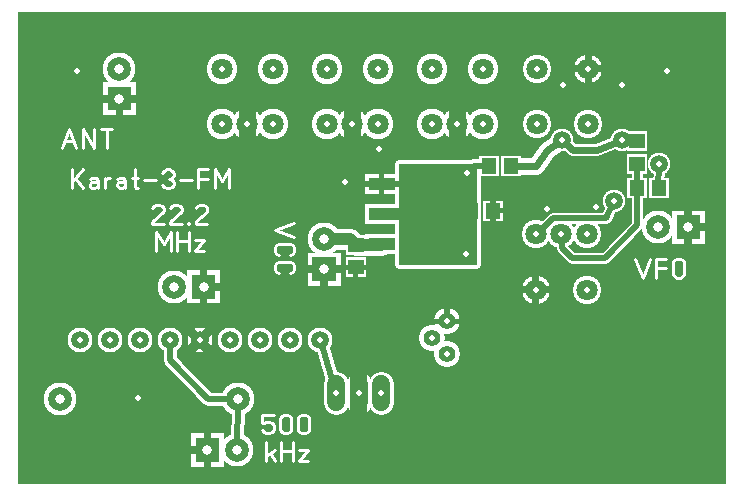
<source format=gbr>
%FSLAX34Y34*%
%MOMM*%
%LNCOPPER_TOP*%
G71*
G01*
%ADD10C, 2.600*%
%ADD11C, 2.400*%
%ADD12C, 1.900*%
%ADD13C, 0.900*%
%ADD14C, 0.500*%
%ADD15C, 1.000*%
%ADD16R, 1.800X1.700*%
%ADD17C, 2.800*%
%ADD18R, 1.700X1.800*%
%ADD19C, 0.286*%
%ADD20R, 3.000X4.100*%
%ADD21R, 3.000X1.800*%
%ADD22C, 0.800*%
%ADD23C, 1.400*%
%ADD24C, 1.300*%
%ADD25C, 1.800*%
%ADD26C, 2.200*%
%ADD27C, 2.100*%
%ADD28C, 2.100*%
%ADD29C, 1.100*%
%ADD30C, 1.488*%
%ADD31C, 0.600*%
%ADD32C, 0.667*%
%ADD33C, 0.500*%
%ADD34C, 0.433*%
%ADD35C, 0.467*%
%ADD36C, 1.500*%
%ADD37C, 0.795*%
%ADD38C, 1.800*%
%ADD39C, 1.500*%
%ADD40R, 1.400X1.300*%
%ADD41C, 2.000*%
%ADD42R, 1.300X1.400*%
%ADD43R, 2.200X3.300*%
%ADD44R, 2.200X1.000*%
%ADD45C, 0.000*%
%ADD46C, 1.400*%
%LPD*%
G36*
X0Y0D02*
X600000Y0D01*
X600000Y-400000D01*
X0Y-400000D01*
X0Y0D01*
G37*
%LPC*%
X350479Y-48409D02*
G54D10*
D03*
X372304Y-95234D02*
G54D10*
D03*
X350479Y-95234D02*
G54D10*
D03*
X394129Y-95234D02*
G54D10*
D03*
X394129Y-48409D02*
G54D10*
D03*
X261579Y-48409D02*
G54D10*
D03*
X283404Y-95234D02*
G54D10*
D03*
X261579Y-95234D02*
G54D10*
D03*
X305229Y-95234D02*
G54D10*
D03*
X305229Y-48409D02*
G54D10*
D03*
X172679Y-48409D02*
G54D10*
D03*
X194504Y-95234D02*
G54D10*
D03*
X172679Y-95234D02*
G54D10*
D03*
X216329Y-95234D02*
G54D10*
D03*
X216329Y-48409D02*
G54D10*
D03*
X439379Y-48409D02*
G54D11*
D03*
X439379Y-95234D02*
G54D11*
D03*
X483029Y-95234D02*
G54D11*
D03*
X483029Y-48409D02*
G54D11*
D03*
X438549Y-235330D02*
G54D11*
D03*
X460374Y-188506D02*
G54D11*
D03*
X438549Y-188506D02*
G54D11*
D03*
X482199Y-188506D02*
G54D11*
D03*
X482199Y-235330D02*
G54D11*
D03*
X505254Y-160328D02*
G54D12*
D03*
G54D13*
X505254Y-160328D02*
X498111Y-174615D01*
X453264Y-174615D01*
X439373Y-188506D01*
X448501Y-166677D02*
G54D14*
D03*
X461201Y-108337D02*
G54D12*
D03*
X489776Y-165090D02*
G54D14*
D03*
X512001Y-108734D02*
G54D12*
D03*
G54D15*
X512001Y-108734D02*
X490570Y-117465D01*
X470329Y-117465D01*
X461201Y-108337D01*
X511207Y-61902D02*
G54D14*
D03*
X461598Y-61902D02*
G54D14*
D03*
X524304Y-109528D02*
G54D16*
D03*
X524304Y-128528D02*
G54D16*
D03*
G54D13*
X512001Y-108734D02*
X508429Y-108337D01*
X523907Y-109131D01*
G54D13*
X524304Y-128181D02*
X524304Y-180965D01*
X496920Y-208350D01*
X469139Y-208350D01*
X460804Y-200015D01*
X460804Y-188903D01*
X461201Y-188506D01*
G36*
X553841Y-196373D02*
X553841Y-168373D01*
X581841Y-168373D01*
X581841Y-196373D01*
X553841Y-196373D01*
G37*
X542442Y-182373D02*
G54D17*
D03*
X542932Y-149190D02*
G54D18*
D03*
X523932Y-149190D02*
G54D18*
D03*
G54D13*
X543354Y-128578D02*
X542131Y-149991D01*
G54D19*
X522977Y-209039D02*
X528977Y-225040D01*
X534977Y-209040D01*
G54D19*
X540577Y-225040D02*
X540577Y-209040D01*
X548977Y-209040D01*
G54D19*
X540577Y-217040D02*
X548977Y-217040D01*
G54D19*
X564177Y-212040D02*
X564177Y-222040D01*
X562977Y-224040D01*
X560577Y-225040D01*
X558177Y-225040D01*
X555777Y-224040D01*
X554577Y-222040D01*
X554577Y-212040D01*
X555777Y-210040D01*
X558177Y-209040D01*
X560577Y-209040D01*
X562977Y-210040D01*
X564177Y-212040D01*
X365157Y-171043D02*
G54D20*
D03*
X308007Y-171043D02*
G54D21*
D03*
X308007Y-196443D02*
G54D21*
D03*
X308007Y-145642D02*
G54D21*
D03*
G36*
X297292Y-166281D02*
X322692Y-166281D01*
X322692Y-128578D01*
X388176Y-128578D01*
X388176Y-213509D01*
X322692Y-213509D01*
X322692Y-175806D01*
X297292Y-175806D01*
X297292Y-166281D01*
G37*
G54D22*
X297292Y-166281D02*
X322692Y-166281D01*
X322692Y-128578D01*
X388176Y-128578D01*
X388176Y-213509D01*
X322692Y-213509D01*
X322692Y-175806D01*
X297292Y-175806D01*
X297292Y-166281D01*
G36*
X245556Y-204027D02*
X273556Y-204027D01*
X273556Y-232027D01*
X245556Y-232027D01*
X245556Y-204027D01*
G37*
X259556Y-192628D02*
G54D17*
D03*
G54D23*
X417917Y-130934D02*
X438579Y-130959D01*
X448104Y-116671D01*
X461201Y-108337D01*
X417917Y-130934D02*
G54D18*
D03*
X398917Y-130934D02*
G54D18*
D03*
G54D24*
X398917Y-130934D02*
X386217Y-130934D01*
X380239Y-136912D01*
X286182Y-197238D02*
G54D16*
D03*
X286182Y-216238D02*
G54D16*
D03*
G54D25*
X259556Y-192628D02*
X281571Y-192628D01*
X286182Y-197238D01*
X307212Y-197238D01*
G54D19*
X233917Y-178965D02*
X217917Y-184965D01*
X233917Y-190965D01*
G54D19*
X220917Y-206165D02*
X218917Y-204965D01*
X217917Y-202565D01*
X217917Y-200165D01*
X218917Y-197765D01*
X220917Y-196565D01*
X230917Y-196565D01*
X232917Y-197765D01*
X233917Y-200165D01*
X233917Y-202565D01*
X232917Y-204965D01*
X230917Y-206165D01*
G54D19*
X220917Y-221365D02*
X218917Y-220165D01*
X217917Y-217765D01*
X217917Y-215365D01*
X218917Y-212965D01*
X220917Y-211765D01*
X230917Y-211765D01*
X232917Y-212965D01*
X233917Y-215365D01*
X233917Y-217765D01*
X232917Y-220165D01*
X230917Y-221365D01*
G36*
X72122Y-59565D02*
X100122Y-59565D01*
X100122Y-87565D01*
X72122Y-87565D01*
X72122Y-59565D01*
G37*
X86122Y-48165D02*
G54D17*
D03*
X363603Y-290144D02*
G54D26*
D03*
X350903Y-276144D02*
G54D26*
D03*
X363604Y-262143D02*
G54D26*
D03*
X379445Y-205174D02*
G54D12*
D03*
G54D27*
X307574Y-330113D02*
X307574Y-315113D01*
G54D27*
X288524Y-330113D02*
X288524Y-315113D01*
G54D27*
X269474Y-330113D02*
X269474Y-315113D01*
X383439Y-168637D02*
G54D18*
D03*
X402440Y-168637D02*
G54D18*
D03*
X543354Y-128578D02*
G54D12*
D03*
X277448Y-144452D02*
G54D14*
D03*
X306023Y-115877D02*
G54D14*
D03*
X255545Y-278135D02*
G54D28*
D03*
X230145Y-278135D02*
G54D28*
D03*
X204745Y-278135D02*
G54D28*
D03*
X179345Y-278135D02*
G54D28*
D03*
X153945Y-278134D02*
G54D28*
D03*
X128545Y-278135D02*
G54D28*
D03*
X103145Y-278135D02*
G54D28*
D03*
X77745Y-278135D02*
G54D28*
D03*
X52345Y-278135D02*
G54D28*
D03*
G54D29*
X269474Y-322613D02*
X256774Y-279364D01*
X255545Y-278135D01*
X186358Y-327602D02*
G54D17*
D03*
X35958Y-327602D02*
G54D17*
D03*
G54D29*
X128545Y-278135D02*
X128545Y-294990D01*
X161158Y-327602D01*
X186358Y-327602D01*
X186049Y-371031D01*
X380239Y-136912D02*
G54D12*
D03*
G36*
X143323Y-246896D02*
X143323Y-218896D01*
X171323Y-218896D01*
X171323Y-246896D01*
X143323Y-246896D01*
G37*
X131924Y-232896D02*
G54D17*
D03*
G54D19*
X123477Y-179297D02*
X113877Y-179297D01*
X113877Y-178297D01*
X115077Y-176297D01*
X122277Y-170297D01*
X123477Y-168297D01*
X123477Y-166297D01*
X122277Y-164297D01*
X119877Y-163297D01*
X117477Y-163297D01*
X115077Y-164297D01*
X113877Y-166297D01*
G54D19*
X138677Y-179297D02*
X129077Y-179297D01*
X129077Y-178297D01*
X130277Y-176297D01*
X137477Y-170297D01*
X138677Y-168297D01*
X138677Y-166297D01*
X137477Y-164297D01*
X135077Y-163297D01*
X132677Y-163297D01*
X130277Y-164297D01*
X129077Y-166297D01*
G54D19*
X145237Y-179297D02*
X144277Y-179297D01*
X144277Y-178497D01*
X145237Y-178497D01*
X145237Y-179297D01*
X144277Y-179297D01*
G54D19*
X160437Y-179297D02*
X150837Y-179297D01*
X150837Y-178297D01*
X152037Y-176297D01*
X159237Y-170297D01*
X160437Y-168297D01*
X160437Y-166297D01*
X159237Y-164297D01*
X156837Y-163297D01*
X154437Y-163297D01*
X152037Y-164297D01*
X150837Y-166297D01*
G54D19*
X117449Y-202316D02*
X117449Y-186316D01*
X123449Y-196316D01*
X129449Y-186316D01*
X129449Y-202316D01*
G54D19*
X135049Y-202316D02*
X135049Y-186316D01*
G54D19*
X144649Y-202316D02*
X144649Y-186316D01*
G54D19*
X135049Y-194316D02*
X144649Y-194316D01*
G54D19*
X150249Y-193316D02*
X157449Y-193316D01*
X150249Y-202316D01*
X157449Y-202316D01*
G36*
X174649Y-357031D02*
X174649Y-385031D01*
X146649Y-385031D01*
X146649Y-357031D01*
X174649Y-357031D01*
G37*
X186049Y-371031D02*
G54D17*
D03*
G54D19*
X216558Y-341036D02*
X206958Y-341036D01*
X206958Y-348036D01*
X208158Y-348036D01*
X210558Y-347036D01*
X212958Y-347036D01*
X215358Y-348036D01*
X216558Y-350036D01*
X216558Y-354036D01*
X215358Y-356036D01*
X212958Y-357036D01*
X210558Y-357036D01*
X208158Y-356036D01*
X206958Y-354036D01*
G54D19*
X231758Y-344036D02*
X231758Y-354036D01*
X230558Y-356036D01*
X228158Y-357036D01*
X225758Y-357036D01*
X223358Y-356036D01*
X222158Y-354036D01*
X222158Y-344036D01*
X223358Y-342036D01*
X225758Y-341036D01*
X228158Y-341036D01*
X230558Y-342036D01*
X231758Y-344036D01*
G54D19*
X246958Y-344036D02*
X246958Y-354036D01*
X245758Y-356036D01*
X243358Y-357036D01*
X240958Y-357036D01*
X238558Y-356036D01*
X237358Y-354036D01*
X237358Y-344036D01*
X238558Y-342036D01*
X240958Y-341036D01*
X243358Y-341036D01*
X245758Y-342036D01*
X246958Y-344036D01*
G54D19*
X210530Y-380055D02*
X210530Y-364055D01*
G54D19*
X214130Y-374055D02*
X217730Y-380055D01*
G54D19*
X210530Y-376055D02*
X217730Y-371055D01*
G54D19*
X223330Y-380055D02*
X223330Y-364055D01*
G54D19*
X232930Y-380055D02*
X232930Y-364055D01*
G54D19*
X223330Y-372055D02*
X232930Y-372055D01*
G54D19*
X238530Y-371055D02*
X245729Y-371055D01*
X238529Y-380055D01*
X245730Y-380055D01*
X50000Y-50000D02*
G54D14*
D03*
X101633Y-327014D02*
G54D14*
D03*
X550000Y-50000D02*
G54D14*
D03*
G54D19*
X37599Y-115105D02*
X43599Y-99105D01*
X49599Y-115105D01*
G54D19*
X39999Y-109105D02*
X47199Y-109105D01*
G54D19*
X55199Y-115105D02*
X55199Y-99105D01*
X64799Y-115105D01*
X64799Y-99105D01*
G54D19*
X75199Y-115105D02*
X75199Y-99105D01*
G54D19*
X70399Y-99105D02*
X79999Y-99105D01*
G54D19*
X45614Y-149531D02*
X45614Y-133531D01*
G54D19*
X45614Y-144531D02*
X55214Y-133531D01*
G54D19*
X49214Y-141531D02*
X55214Y-149531D01*
G54D19*
X60814Y-141531D02*
X63214Y-140531D01*
X66094Y-140531D01*
X68014Y-142531D01*
X68014Y-149531D01*
G54D19*
X68014Y-146531D02*
X66814Y-144531D01*
X64414Y-144131D01*
X62014Y-144531D01*
X60814Y-146531D01*
X61294Y-148531D01*
X63214Y-149531D01*
X64414Y-149531D01*
X64894Y-149531D01*
X66814Y-148531D01*
X68014Y-146531D01*
G54D19*
X73614Y-149531D02*
X73614Y-140531D01*
G54D19*
X73614Y-142531D02*
X76014Y-140531D01*
X78414Y-140531D01*
G54D19*
X84014Y-141531D02*
X86414Y-140531D01*
X89294Y-140531D01*
X91214Y-142531D01*
X91214Y-149531D01*
G54D19*
X91214Y-146531D02*
X90014Y-144531D01*
X87614Y-144131D01*
X85214Y-144531D01*
X84014Y-146531D01*
X84494Y-148531D01*
X86414Y-149531D01*
X87614Y-149531D01*
X88094Y-149531D01*
X90014Y-148531D01*
X91214Y-146531D01*
G54D19*
X99214Y-133531D02*
X99214Y-148531D01*
X100414Y-149531D01*
X101614Y-149131D01*
G54D19*
X96814Y-140531D02*
X101614Y-140531D01*
G54D19*
X107214Y-142531D02*
X116814Y-142531D01*
G54D19*
X122414Y-136531D02*
X123614Y-134531D01*
X126014Y-133531D01*
X128414Y-133531D01*
X130814Y-134531D01*
X132014Y-136531D01*
X132014Y-138531D01*
X130814Y-140531D01*
X128414Y-141531D01*
X130814Y-142531D01*
X132014Y-144531D01*
X132014Y-146531D01*
X130814Y-148531D01*
X128414Y-149531D01*
X126014Y-149531D01*
X123614Y-148531D01*
X122414Y-146531D01*
G54D19*
X137614Y-142531D02*
X147214Y-142531D01*
G54D19*
X152814Y-149531D02*
X152814Y-133531D01*
X161214Y-133531D01*
G54D19*
X152814Y-141531D02*
X161214Y-141531D01*
G54D19*
X166814Y-149531D02*
X166814Y-133531D01*
X172814Y-143531D01*
X178814Y-133531D01*
X178814Y-149531D01*
%LPD*%
G54D30*
G36*
X364864Y-95234D02*
X364864Y-81734D01*
X379744Y-81734D01*
X379744Y-95234D01*
X364864Y-95234D01*
G37*
G36*
X379744Y-95234D02*
X379744Y-108734D01*
X364864Y-108734D01*
X364864Y-95234D01*
X379744Y-95234D01*
G37*
G54D30*
G36*
X275964Y-95234D02*
X275964Y-81734D01*
X290844Y-81734D01*
X290844Y-95234D01*
X275964Y-95234D01*
G37*
G36*
X290844Y-95234D02*
X290844Y-108734D01*
X275964Y-108734D01*
X275964Y-95234D01*
X290844Y-95234D01*
G37*
G54D30*
G36*
X187064Y-95234D02*
X187064Y-81734D01*
X201944Y-81734D01*
X201944Y-95234D01*
X187064Y-95234D01*
G37*
G36*
X201944Y-95234D02*
X201944Y-108734D01*
X187064Y-108734D01*
X187064Y-95234D01*
X201944Y-95234D01*
G37*
G54D31*
G36*
X480029Y-48409D02*
X480029Y-35909D01*
X486029Y-35909D01*
X486029Y-48409D01*
X480029Y-48409D01*
G37*
G36*
X483029Y-45409D02*
X495529Y-45409D01*
X495529Y-51409D01*
X483029Y-51409D01*
X483029Y-45409D01*
G37*
G36*
X486029Y-48409D02*
X486029Y-60909D01*
X480029Y-60909D01*
X480029Y-48409D01*
X486029Y-48409D01*
G37*
G36*
X483029Y-51409D02*
X470529Y-51409D01*
X470529Y-45409D01*
X483029Y-45409D01*
X483029Y-51409D01*
G37*
G54D31*
G36*
X435549Y-235330D02*
X435549Y-222830D01*
X441549Y-222830D01*
X441549Y-235330D01*
X435549Y-235330D01*
G37*
G36*
X438549Y-232330D02*
X451049Y-232330D01*
X451049Y-238330D01*
X438549Y-238330D01*
X438549Y-232330D01*
G37*
G36*
X441549Y-235330D02*
X441549Y-247830D01*
X435549Y-247830D01*
X435549Y-235330D01*
X441549Y-235330D01*
G37*
G36*
X438549Y-238330D02*
X426049Y-238330D01*
X426049Y-232330D01*
X438549Y-232330D01*
X438549Y-238330D01*
G37*
G54D32*
G36*
X564508Y-182373D02*
X564508Y-167873D01*
X571174Y-167873D01*
X571174Y-182373D01*
X564508Y-182373D01*
G37*
G36*
X567841Y-179040D02*
X582341Y-179040D01*
X582341Y-185706D01*
X567841Y-185706D01*
X567841Y-179040D01*
G37*
G36*
X571174Y-182373D02*
X571174Y-196873D01*
X564508Y-196873D01*
X564508Y-182373D01*
X571174Y-182373D01*
G37*
G54D33*
G36*
X308007Y-143142D02*
X323507Y-143142D01*
X323507Y-148142D01*
X308007Y-148142D01*
X308007Y-143142D01*
G37*
G36*
X310507Y-145642D02*
X310507Y-155142D01*
X305507Y-155142D01*
X305507Y-145642D01*
X310507Y-145642D01*
G37*
G36*
X308007Y-148142D02*
X292507Y-148142D01*
X292507Y-143142D01*
X308007Y-143142D01*
X308007Y-148142D01*
G37*
G36*
X305507Y-145642D02*
X305507Y-136142D01*
X310507Y-136142D01*
X310507Y-145642D01*
X305507Y-145642D01*
G37*
G54D32*
G36*
X259556Y-214694D02*
X274056Y-214694D01*
X274056Y-221360D01*
X259556Y-221360D01*
X259556Y-214694D01*
G37*
G36*
X262889Y-218027D02*
X262889Y-232527D01*
X256223Y-232527D01*
X256223Y-218027D01*
X262889Y-218027D01*
G37*
G36*
X259556Y-221360D02*
X245056Y-221360D01*
X245056Y-214694D01*
X259556Y-214694D01*
X259556Y-221360D01*
G37*
G54D34*
G36*
X286182Y-214072D02*
X295682Y-214072D01*
X295682Y-218405D01*
X286182Y-218405D01*
X286182Y-214072D01*
G37*
G36*
X288348Y-216238D02*
X288348Y-225238D01*
X284015Y-225238D01*
X284015Y-216238D01*
X288348Y-216238D01*
G37*
G36*
X286182Y-218405D02*
X276682Y-218405D01*
X276682Y-214072D01*
X286182Y-214072D01*
X286182Y-218405D01*
G37*
G54D32*
G36*
X86122Y-70231D02*
X100622Y-70231D01*
X100622Y-76898D01*
X86122Y-76898D01*
X86122Y-70231D01*
G37*
G36*
X89455Y-73565D02*
X89455Y-88065D01*
X82788Y-88065D01*
X82788Y-73565D01*
X89455Y-73565D01*
G37*
G36*
X86122Y-76898D02*
X71622Y-76898D01*
X71622Y-70231D01*
X86122Y-70231D01*
X86122Y-76898D01*
G37*
G54D35*
G36*
X363604Y-264476D02*
X352104Y-264476D01*
X352104Y-259810D01*
X363604Y-259810D01*
X363604Y-264476D01*
G37*
G36*
X361270Y-262143D02*
X361270Y-250643D01*
X365937Y-250643D01*
X365937Y-262143D01*
X361270Y-262143D01*
G37*
G36*
X363604Y-259810D02*
X375104Y-259810D01*
X375104Y-264476D01*
X363604Y-264476D01*
X363604Y-259810D01*
G37*
G54D36*
G36*
X296024Y-322613D02*
X296024Y-341113D01*
X281024Y-341113D01*
X281024Y-322613D01*
X296024Y-322613D01*
G37*
G36*
X281024Y-322613D02*
X281024Y-304113D01*
X296024Y-304113D01*
X296024Y-322613D01*
X281024Y-322613D01*
G37*
G54D34*
G36*
X400273Y-168637D02*
X400274Y-159137D01*
X404607Y-159137D01*
X404606Y-168637D01*
X400273Y-168637D01*
G37*
G36*
X402440Y-166470D02*
X411440Y-166471D01*
X411440Y-170804D01*
X402440Y-170804D01*
X402440Y-166470D01*
G37*
G36*
X404606Y-168637D02*
X404606Y-178137D01*
X400273Y-178137D01*
X400273Y-168637D01*
X404606Y-168637D01*
G37*
G54D37*
G36*
X156755Y-280945D02*
X148977Y-288723D01*
X143356Y-283102D01*
X151134Y-275324D01*
X156755Y-280945D01*
G37*
G36*
X151134Y-280945D02*
X143356Y-273167D01*
X148977Y-267546D01*
X156755Y-275324D01*
X151134Y-280945D01*
G37*
G36*
X151134Y-275324D02*
X158912Y-267546D01*
X164534Y-273167D01*
X156755Y-280945D01*
X151134Y-275324D01*
G37*
G36*
X156755Y-275324D02*
X164534Y-283102D01*
X158912Y-288723D01*
X151134Y-280945D01*
X156755Y-275324D01*
G37*
G54D32*
G36*
X153990Y-232896D02*
X153990Y-218396D01*
X160657Y-218396D01*
X160657Y-232896D01*
X153990Y-232896D01*
G37*
G36*
X157323Y-229563D02*
X171823Y-229563D01*
X171823Y-236229D01*
X157323Y-236229D01*
X157323Y-229563D01*
G37*
G36*
X160657Y-232896D02*
X160657Y-247396D01*
X153990Y-247396D01*
X153990Y-232896D01*
X160657Y-232896D01*
G37*
G54D32*
G36*
X163982Y-371031D02*
X163982Y-385531D01*
X157316Y-385531D01*
X157316Y-371031D01*
X163982Y-371031D01*
G37*
G36*
X160649Y-374364D02*
X146149Y-374364D01*
X146149Y-367697D01*
X160649Y-367697D01*
X160649Y-374364D01*
G37*
G36*
X157316Y-371031D02*
X157316Y-356531D01*
X163982Y-356531D01*
X163982Y-371031D01*
X157316Y-371031D01*
G37*
X350479Y-48409D02*
G54D38*
D03*
X372304Y-95234D02*
G54D38*
D03*
X350479Y-95234D02*
G54D38*
D03*
X394129Y-95234D02*
G54D38*
D03*
X394129Y-48409D02*
G54D38*
D03*
X261579Y-48409D02*
G54D38*
D03*
X283404Y-95234D02*
G54D38*
D03*
X261579Y-95234D02*
G54D38*
D03*
X305229Y-95234D02*
G54D38*
D03*
X305229Y-48409D02*
G54D38*
D03*
X172679Y-48409D02*
G54D38*
D03*
X194504Y-95234D02*
G54D38*
D03*
X172679Y-95234D02*
G54D38*
D03*
X216329Y-95234D02*
G54D38*
D03*
X216329Y-48409D02*
G54D38*
D03*
X439379Y-48409D02*
G54D38*
D03*
X439379Y-95234D02*
G54D38*
D03*
X483029Y-95234D02*
G54D38*
D03*
X483029Y-48409D02*
G54D38*
D03*
X438549Y-235330D02*
G54D38*
D03*
X460374Y-188506D02*
G54D38*
D03*
X438549Y-188506D02*
G54D38*
D03*
X482199Y-188506D02*
G54D38*
D03*
X482199Y-235330D02*
G54D38*
D03*
X505254Y-160328D02*
G54D39*
D03*
G54D33*
X505254Y-160328D02*
X498111Y-174615D01*
X453264Y-174615D01*
X439373Y-188506D01*
X461201Y-108337D02*
G54D39*
D03*
X512001Y-108734D02*
G54D39*
D03*
G54D31*
X512001Y-108734D02*
X490570Y-117465D01*
X470329Y-117465D01*
X461201Y-108337D01*
X524304Y-109528D02*
G54D40*
D03*
X524304Y-128528D02*
G54D40*
D03*
G54D33*
X512001Y-108734D02*
X508429Y-108337D01*
X523907Y-109131D01*
G54D33*
X524304Y-128181D02*
X524304Y-180965D01*
X496920Y-208350D01*
X469139Y-208350D01*
X460804Y-200015D01*
X460804Y-188903D01*
X461201Y-188506D01*
G36*
X557841Y-192373D02*
X557841Y-172373D01*
X577841Y-172373D01*
X577841Y-192373D01*
X557841Y-192373D01*
G37*
X542442Y-182373D02*
G54D41*
D03*
X542932Y-149190D02*
G54D42*
D03*
X523932Y-149190D02*
G54D42*
D03*
G54D33*
X543354Y-128578D02*
X542131Y-149991D01*
X365157Y-171043D02*
G54D43*
D03*
X308007Y-171043D02*
G54D44*
D03*
X308007Y-196443D02*
G54D44*
D03*
X308007Y-145642D02*
G54D44*
D03*
G36*
X297292Y-166281D02*
X322692Y-166281D01*
X322692Y-128578D01*
X388176Y-128578D01*
X388176Y-213509D01*
X322692Y-213509D01*
X322692Y-175806D01*
X297292Y-175806D01*
X297292Y-166281D01*
G37*
G54D45*
X297292Y-166281D02*
X322692Y-166281D01*
X322692Y-128578D01*
X388176Y-128578D01*
X388176Y-213509D01*
X322692Y-213509D01*
X322692Y-175806D01*
X297292Y-175806D01*
X297292Y-166281D01*
G36*
X249556Y-208027D02*
X269556Y-208027D01*
X269556Y-228027D01*
X249556Y-228027D01*
X249556Y-208027D01*
G37*
X259556Y-192628D02*
G54D41*
D03*
G54D31*
X417917Y-130934D02*
X438579Y-130959D01*
X448104Y-116671D01*
X461201Y-108337D01*
X417917Y-130934D02*
G54D42*
D03*
X398917Y-130934D02*
G54D42*
D03*
G54D33*
X398917Y-130934D02*
X386217Y-130934D01*
X380239Y-136912D01*
X286182Y-197238D02*
G54D40*
D03*
X286182Y-216238D02*
G54D40*
D03*
G54D15*
X259556Y-192628D02*
X281571Y-192628D01*
X286182Y-197238D01*
X307212Y-197238D01*
G36*
X76122Y-63565D02*
X96122Y-63565D01*
X96122Y-83565D01*
X76122Y-83565D01*
X76122Y-63565D01*
G37*
X86122Y-48165D02*
G54D41*
D03*
X363603Y-290144D02*
G54D46*
D03*
X350903Y-276144D02*
G54D46*
D03*
X363604Y-262143D02*
G54D46*
D03*
X379445Y-205174D02*
G54D39*
D03*
G54D36*
X307574Y-330113D02*
X307574Y-315113D01*
G54D36*
X288524Y-330113D02*
X288524Y-315113D01*
G54D36*
X269474Y-330113D02*
X269474Y-315113D01*
X383439Y-168637D02*
G54D42*
D03*
X402440Y-168637D02*
G54D42*
D03*
X543354Y-128578D02*
G54D39*
D03*
X255545Y-278135D02*
G54D39*
D03*
X230145Y-278135D02*
G54D39*
D03*
X204745Y-278135D02*
G54D39*
D03*
X179345Y-278135D02*
G54D39*
D03*
X153945Y-278134D02*
G54D39*
D03*
X128545Y-278135D02*
G54D39*
D03*
X103145Y-278135D02*
G54D39*
D03*
X77745Y-278135D02*
G54D39*
D03*
X52345Y-278135D02*
G54D39*
D03*
G54D33*
X269474Y-322613D02*
X256774Y-279364D01*
X255545Y-278135D01*
X186358Y-327602D02*
G54D41*
D03*
X35958Y-327602D02*
G54D41*
D03*
G54D33*
X128545Y-278135D02*
X128545Y-294990D01*
X161158Y-327602D01*
X186358Y-327602D01*
X186049Y-371031D01*
X380239Y-136912D02*
G54D39*
D03*
G36*
X147323Y-242896D02*
X147323Y-222896D01*
X167323Y-222896D01*
X167323Y-242896D01*
X147323Y-242896D01*
G37*
X131924Y-232896D02*
G54D41*
D03*
G36*
X170649Y-361031D02*
X170649Y-381031D01*
X150649Y-381031D01*
X150649Y-361031D01*
X170649Y-361031D01*
G37*
X186049Y-371031D02*
G54D41*
D03*
%LNAUGENFREISTANZEN*%
%LPC*%
X350479Y-48409D02*
G54D33*
D03*
X372304Y-95234D02*
G54D33*
D03*
X350479Y-95234D02*
G54D33*
D03*
X394129Y-95234D02*
G54D33*
D03*
X394129Y-48409D02*
G54D33*
D03*
X261579Y-48409D02*
G54D33*
D03*
X283404Y-95234D02*
G54D33*
D03*
X261579Y-95234D02*
G54D33*
D03*
X305229Y-95234D02*
G54D33*
D03*
X305229Y-48409D02*
G54D33*
D03*
X172679Y-48409D02*
G54D33*
D03*
X194504Y-95234D02*
G54D33*
D03*
X172679Y-95234D02*
G54D33*
D03*
X216329Y-95234D02*
G54D33*
D03*
X216329Y-48409D02*
G54D33*
D03*
X439379Y-48409D02*
G54D33*
D03*
X439379Y-95234D02*
G54D33*
D03*
X483029Y-95234D02*
G54D33*
D03*
X483029Y-48409D02*
G54D33*
D03*
X438549Y-235330D02*
G54D33*
D03*
X460374Y-188506D02*
G54D33*
D03*
X438549Y-188506D02*
G54D33*
D03*
X482199Y-188506D02*
G54D33*
D03*
X482199Y-235330D02*
G54D33*
D03*
X505254Y-160328D02*
G54D33*
D03*
X448501Y-166677D02*
G54D33*
D03*
X461201Y-108337D02*
G54D33*
D03*
X489776Y-165090D02*
G54D33*
D03*
X512001Y-108734D02*
G54D33*
D03*
X511207Y-61902D02*
G54D33*
D03*
X461598Y-61902D02*
G54D33*
D03*
X567841Y-182373D02*
G54D22*
D03*
X542442Y-182373D02*
G54D22*
D03*
X259556Y-218027D02*
G54D22*
D03*
X259556Y-192628D02*
G54D22*
D03*
X86122Y-73565D02*
G54D22*
D03*
X86122Y-48165D02*
G54D22*
D03*
X363603Y-290144D02*
G54D33*
D03*
X350903Y-276144D02*
G54D33*
D03*
X363604Y-262143D02*
G54D33*
D03*
X379445Y-205174D02*
G54D33*
D03*
X307574Y-322613D02*
G54D33*
D03*
X288524Y-322613D02*
G54D33*
D03*
X269474Y-322613D02*
G54D33*
D03*
X543354Y-128578D02*
G54D33*
D03*
X277448Y-144452D02*
G54D33*
D03*
X306023Y-115877D02*
G54D33*
D03*
X255545Y-278135D02*
G54D33*
D03*
X230145Y-278135D02*
G54D33*
D03*
X204745Y-278135D02*
G54D33*
D03*
X179345Y-278135D02*
G54D33*
D03*
X153945Y-278134D02*
G54D33*
D03*
X128545Y-278135D02*
G54D33*
D03*
X103145Y-278135D02*
G54D33*
D03*
X77745Y-278135D02*
G54D33*
D03*
X52345Y-278135D02*
G54D33*
D03*
X186358Y-327602D02*
G54D22*
D03*
X35958Y-327602D02*
G54D22*
D03*
X380239Y-136912D02*
G54D33*
D03*
X157323Y-232896D02*
G54D22*
D03*
X131924Y-232896D02*
G54D22*
D03*
X160649Y-371031D02*
G54D22*
D03*
X186049Y-371031D02*
G54D22*
D03*
X50000Y-50000D02*
G54D33*
D03*
X101633Y-327014D02*
G54D33*
D03*
X550000Y-50000D02*
G54D33*
D03*
M02*

</source>
